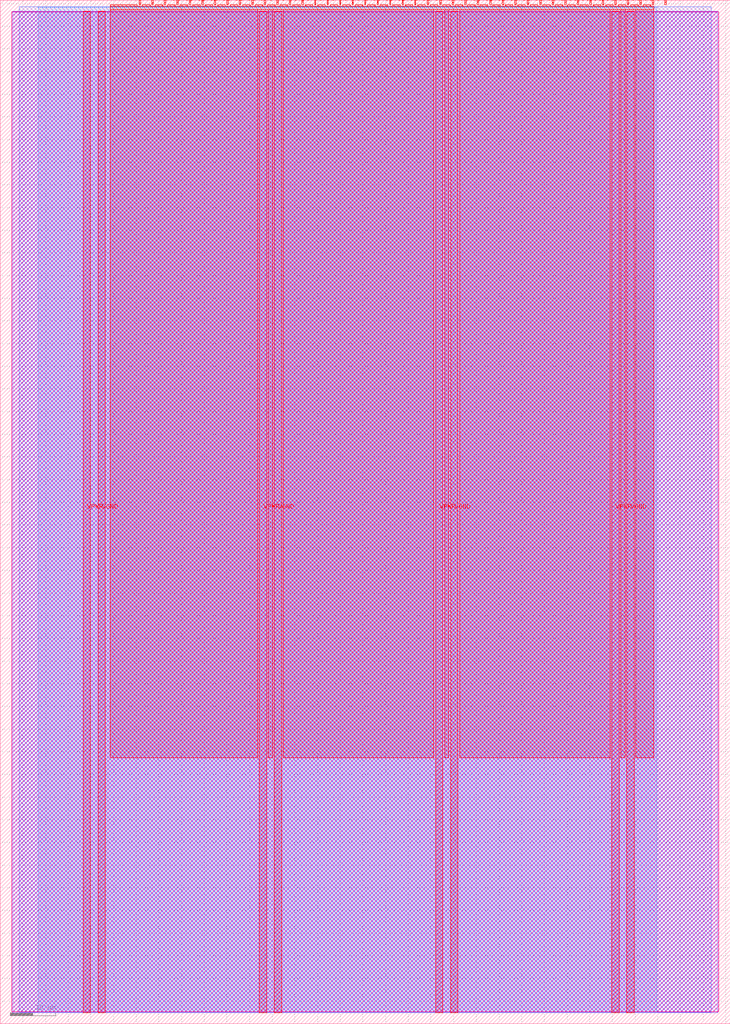
<source format=lef>
VERSION 5.7 ;
  NOWIREEXTENSIONATPIN ON ;
  DIVIDERCHAR "/" ;
  BUSBITCHARS "[]" ;
MACRO tt_um_algofoogle_vga
  CLASS BLOCK ;
  FOREIGN tt_um_algofoogle_vga ;
  ORIGIN 0.000 0.000 ;
  SIZE 161.000 BY 225.760 ;
  PIN VGND
    DIRECTION INOUT ;
    USE GROUND ;
    PORT
      LAYER met4 ;
        RECT 21.580 2.480 23.180 223.280 ;
    END
    PORT
      LAYER met4 ;
        RECT 60.450 2.480 62.050 223.280 ;
    END
    PORT
      LAYER met4 ;
        RECT 99.320 2.480 100.920 223.280 ;
    END
    PORT
      LAYER met4 ;
        RECT 138.190 2.480 139.790 223.280 ;
    END
  END VGND
  PIN VPWR
    DIRECTION INOUT ;
    USE POWER ;
    PORT
      LAYER met4 ;
        RECT 18.280 2.480 19.880 223.280 ;
    END
    PORT
      LAYER met4 ;
        RECT 57.150 2.480 58.750 223.280 ;
    END
    PORT
      LAYER met4 ;
        RECT 96.020 2.480 97.620 223.280 ;
    END
    PORT
      LAYER met4 ;
        RECT 134.890 2.480 136.490 223.280 ;
    END
  END VPWR
  PIN clk
    DIRECTION INPUT ;
    USE SIGNAL ;
    ANTENNAGATEAREA 0.852000 ;
    PORT
      LAYER met4 ;
        RECT 143.830 224.760 144.130 225.760 ;
    END
  END clk
  PIN ena
    DIRECTION INPUT ;
    USE SIGNAL ;
    PORT
      LAYER met4 ;
        RECT 146.590 224.760 146.890 225.760 ;
    END
  END ena
  PIN rst_n
    DIRECTION INPUT ;
    USE SIGNAL ;
    ANTENNAGATEAREA 0.213000 ;
    PORT
      LAYER met4 ;
        RECT 141.070 224.760 141.370 225.760 ;
    END
  END rst_n
  PIN ui_in[0]
    DIRECTION INPUT ;
    USE SIGNAL ;
    ANTENNAGATEAREA 0.213000 ;
    PORT
      LAYER met4 ;
        RECT 138.310 224.760 138.610 225.760 ;
    END
  END ui_in[0]
  PIN ui_in[1]
    DIRECTION INPUT ;
    USE SIGNAL ;
    ANTENNAGATEAREA 0.159000 ;
    PORT
      LAYER met4 ;
        RECT 135.550 224.760 135.850 225.760 ;
    END
  END ui_in[1]
  PIN ui_in[2]
    DIRECTION INPUT ;
    USE SIGNAL ;
    ANTENNAGATEAREA 0.126000 ;
    PORT
      LAYER met4 ;
        RECT 132.790 224.760 133.090 225.760 ;
    END
  END ui_in[2]
  PIN ui_in[3]
    DIRECTION INPUT ;
    USE SIGNAL ;
    ANTENNAGATEAREA 0.213000 ;
    PORT
      LAYER met4 ;
        RECT 130.030 224.760 130.330 225.760 ;
    END
  END ui_in[3]
  PIN ui_in[4]
    DIRECTION INPUT ;
    USE SIGNAL ;
    ANTENNAGATEAREA 0.196500 ;
    PORT
      LAYER met4 ;
        RECT 127.270 224.760 127.570 225.760 ;
    END
  END ui_in[4]
  PIN ui_in[5]
    DIRECTION INPUT ;
    USE SIGNAL ;
    PORT
      LAYER met4 ;
        RECT 124.510 224.760 124.810 225.760 ;
    END
  END ui_in[5]
  PIN ui_in[6]
    DIRECTION INPUT ;
    USE SIGNAL ;
    PORT
      LAYER met4 ;
        RECT 121.750 224.760 122.050 225.760 ;
    END
  END ui_in[6]
  PIN ui_in[7]
    DIRECTION INPUT ;
    USE SIGNAL ;
    ANTENNAGATEAREA 0.213000 ;
    PORT
      LAYER met4 ;
        RECT 118.990 224.760 119.290 225.760 ;
    END
  END ui_in[7]
  PIN uio_in[0]
    DIRECTION INPUT ;
    USE SIGNAL ;
    PORT
      LAYER met4 ;
        RECT 116.230 224.760 116.530 225.760 ;
    END
  END uio_in[0]
  PIN uio_in[1]
    DIRECTION INPUT ;
    USE SIGNAL ;
    PORT
      LAYER met4 ;
        RECT 113.470 224.760 113.770 225.760 ;
    END
  END uio_in[1]
  PIN uio_in[2]
    DIRECTION INPUT ;
    USE SIGNAL ;
    PORT
      LAYER met4 ;
        RECT 110.710 224.760 111.010 225.760 ;
    END
  END uio_in[2]
  PIN uio_in[3]
    DIRECTION INPUT ;
    USE SIGNAL ;
    PORT
      LAYER met4 ;
        RECT 107.950 224.760 108.250 225.760 ;
    END
  END uio_in[3]
  PIN uio_in[4]
    DIRECTION INPUT ;
    USE SIGNAL ;
    PORT
      LAYER met4 ;
        RECT 105.190 224.760 105.490 225.760 ;
    END
  END uio_in[4]
  PIN uio_in[5]
    DIRECTION INPUT ;
    USE SIGNAL ;
    PORT
      LAYER met4 ;
        RECT 102.430 224.760 102.730 225.760 ;
    END
  END uio_in[5]
  PIN uio_in[6]
    DIRECTION INPUT ;
    USE SIGNAL ;
    PORT
      LAYER met4 ;
        RECT 99.670 224.760 99.970 225.760 ;
    END
  END uio_in[6]
  PIN uio_in[7]
    DIRECTION INPUT ;
    USE SIGNAL ;
    PORT
      LAYER met4 ;
        RECT 96.910 224.760 97.210 225.760 ;
    END
  END uio_in[7]
  PIN uio_oe[0]
    DIRECTION OUTPUT ;
    USE SIGNAL ;
    PORT
      LAYER met4 ;
        RECT 49.990 224.760 50.290 225.760 ;
    END
  END uio_oe[0]
  PIN uio_oe[1]
    DIRECTION OUTPUT ;
    USE SIGNAL ;
    PORT
      LAYER met4 ;
        RECT 47.230 224.760 47.530 225.760 ;
    END
  END uio_oe[1]
  PIN uio_oe[2]
    DIRECTION OUTPUT ;
    USE SIGNAL ;
    PORT
      LAYER met4 ;
        RECT 44.470 224.760 44.770 225.760 ;
    END
  END uio_oe[2]
  PIN uio_oe[3]
    DIRECTION OUTPUT ;
    USE SIGNAL ;
    PORT
      LAYER met4 ;
        RECT 41.710 224.760 42.010 225.760 ;
    END
  END uio_oe[3]
  PIN uio_oe[4]
    DIRECTION OUTPUT ;
    USE SIGNAL ;
    PORT
      LAYER met4 ;
        RECT 38.950 224.760 39.250 225.760 ;
    END
  END uio_oe[4]
  PIN uio_oe[5]
    DIRECTION OUTPUT ;
    USE SIGNAL ;
    PORT
      LAYER met4 ;
        RECT 36.190 224.760 36.490 225.760 ;
    END
  END uio_oe[5]
  PIN uio_oe[6]
    DIRECTION OUTPUT ;
    USE SIGNAL ;
    PORT
      LAYER met4 ;
        RECT 33.430 224.760 33.730 225.760 ;
    END
  END uio_oe[6]
  PIN uio_oe[7]
    DIRECTION OUTPUT ;
    USE SIGNAL ;
    PORT
      LAYER met4 ;
        RECT 30.670 224.760 30.970 225.760 ;
    END
  END uio_oe[7]
  PIN uio_out[0]
    DIRECTION OUTPUT ;
    USE SIGNAL ;
    ANTENNADIFFAREA 0.795200 ;
    PORT
      LAYER met4 ;
        RECT 72.070 224.760 72.370 225.760 ;
    END
  END uio_out[0]
  PIN uio_out[1]
    DIRECTION OUTPUT ;
    USE SIGNAL ;
    ANTENNADIFFAREA 0.445500 ;
    PORT
      LAYER met4 ;
        RECT 69.310 224.760 69.610 225.760 ;
    END
  END uio_out[1]
  PIN uio_out[2]
    DIRECTION OUTPUT ;
    USE SIGNAL ;
    ANTENNADIFFAREA 0.445500 ;
    PORT
      LAYER met4 ;
        RECT 66.550 224.760 66.850 225.760 ;
    END
  END uio_out[2]
  PIN uio_out[3]
    DIRECTION OUTPUT ;
    USE SIGNAL ;
    ANTENNADIFFAREA 0.445500 ;
    PORT
      LAYER met4 ;
        RECT 63.790 224.760 64.090 225.760 ;
    END
  END uio_out[3]
  PIN uio_out[4]
    DIRECTION OUTPUT ;
    USE SIGNAL ;
    ANTENNADIFFAREA 0.445500 ;
    PORT
      LAYER met4 ;
        RECT 61.030 224.760 61.330 225.760 ;
    END
  END uio_out[4]
  PIN uio_out[5]
    DIRECTION OUTPUT ;
    USE SIGNAL ;
    PORT
      LAYER met4 ;
        RECT 58.270 224.760 58.570 225.760 ;
    END
  END uio_out[5]
  PIN uio_out[6]
    DIRECTION OUTPUT ;
    USE SIGNAL ;
    PORT
      LAYER met4 ;
        RECT 55.510 224.760 55.810 225.760 ;
    END
  END uio_out[6]
  PIN uio_out[7]
    DIRECTION OUTPUT ;
    USE SIGNAL ;
    PORT
      LAYER met4 ;
        RECT 52.750 224.760 53.050 225.760 ;
    END
  END uio_out[7]
  PIN uo_out[0]
    DIRECTION OUTPUT ;
    USE SIGNAL ;
    ANTENNADIFFAREA 0.445500 ;
    PORT
      LAYER met4 ;
        RECT 94.150 224.760 94.450 225.760 ;
    END
  END uo_out[0]
  PIN uo_out[1]
    DIRECTION OUTPUT ;
    USE SIGNAL ;
    ANTENNADIFFAREA 0.891000 ;
    PORT
      LAYER met4 ;
        RECT 91.390 224.760 91.690 225.760 ;
    END
  END uo_out[1]
  PIN uo_out[2]
    DIRECTION OUTPUT ;
    USE SIGNAL ;
    ANTENNADIFFAREA 1.431000 ;
    PORT
      LAYER met4 ;
        RECT 88.630 224.760 88.930 225.760 ;
    END
  END uo_out[2]
  PIN uo_out[3]
    DIRECTION OUTPUT ;
    USE SIGNAL ;
    ANTENNADIFFAREA 0.891000 ;
    PORT
      LAYER met4 ;
        RECT 85.870 224.760 86.170 225.760 ;
    END
  END uo_out[3]
  PIN uo_out[4]
    DIRECTION OUTPUT ;
    USE SIGNAL ;
    ANTENNADIFFAREA 0.445500 ;
    PORT
      LAYER met4 ;
        RECT 83.110 224.760 83.410 225.760 ;
    END
  END uo_out[4]
  PIN uo_out[5]
    DIRECTION OUTPUT ;
    USE SIGNAL ;
    ANTENNADIFFAREA 0.891000 ;
    PORT
      LAYER met4 ;
        RECT 80.350 224.760 80.650 225.760 ;
    END
  END uo_out[5]
  PIN uo_out[6]
    DIRECTION OUTPUT ;
    USE SIGNAL ;
    ANTENNADIFFAREA 0.445500 ;
    PORT
      LAYER met4 ;
        RECT 77.590 224.760 77.890 225.760 ;
    END
  END uo_out[6]
  PIN uo_out[7]
    DIRECTION OUTPUT ;
    USE SIGNAL ;
    ANTENNADIFFAREA 0.891000 ;
    PORT
      LAYER met4 ;
        RECT 74.830 224.760 75.130 225.760 ;
    END
  END uo_out[7]
  OBS
      LAYER nwell ;
        RECT 2.570 2.635 158.430 223.230 ;
      LAYER li1 ;
        RECT 2.760 2.635 158.240 223.125 ;
      LAYER met1 ;
        RECT 2.760 2.480 158.240 223.280 ;
      LAYER met2 ;
        RECT 4.240 2.535 156.760 224.245 ;
      LAYER met3 ;
        RECT 8.345 2.555 144.835 224.225 ;
      LAYER met4 ;
        RECT 24.215 224.360 30.270 224.760 ;
        RECT 31.370 224.360 33.030 224.760 ;
        RECT 34.130 224.360 35.790 224.760 ;
        RECT 36.890 224.360 38.550 224.760 ;
        RECT 39.650 224.360 41.310 224.760 ;
        RECT 42.410 224.360 44.070 224.760 ;
        RECT 45.170 224.360 46.830 224.760 ;
        RECT 47.930 224.360 49.590 224.760 ;
        RECT 50.690 224.360 52.350 224.760 ;
        RECT 53.450 224.360 55.110 224.760 ;
        RECT 56.210 224.360 57.870 224.760 ;
        RECT 58.970 224.360 60.630 224.760 ;
        RECT 61.730 224.360 63.390 224.760 ;
        RECT 64.490 224.360 66.150 224.760 ;
        RECT 67.250 224.360 68.910 224.760 ;
        RECT 70.010 224.360 71.670 224.760 ;
        RECT 72.770 224.360 74.430 224.760 ;
        RECT 75.530 224.360 77.190 224.760 ;
        RECT 78.290 224.360 79.950 224.760 ;
        RECT 81.050 224.360 82.710 224.760 ;
        RECT 83.810 224.360 85.470 224.760 ;
        RECT 86.570 224.360 88.230 224.760 ;
        RECT 89.330 224.360 90.990 224.760 ;
        RECT 92.090 224.360 93.750 224.760 ;
        RECT 94.850 224.360 96.510 224.760 ;
        RECT 97.610 224.360 99.270 224.760 ;
        RECT 100.370 224.360 102.030 224.760 ;
        RECT 103.130 224.360 104.790 224.760 ;
        RECT 105.890 224.360 107.550 224.760 ;
        RECT 108.650 224.360 110.310 224.760 ;
        RECT 111.410 224.360 113.070 224.760 ;
        RECT 114.170 224.360 115.830 224.760 ;
        RECT 116.930 224.360 118.590 224.760 ;
        RECT 119.690 224.360 121.350 224.760 ;
        RECT 122.450 224.360 124.110 224.760 ;
        RECT 125.210 224.360 126.870 224.760 ;
        RECT 127.970 224.360 129.630 224.760 ;
        RECT 130.730 224.360 132.390 224.760 ;
        RECT 133.490 224.360 135.150 224.760 ;
        RECT 136.250 224.360 137.910 224.760 ;
        RECT 139.010 224.360 140.670 224.760 ;
        RECT 141.770 224.360 143.430 224.760 ;
        RECT 24.215 223.680 144.145 224.360 ;
        RECT 24.215 58.655 56.750 223.680 ;
        RECT 59.150 58.655 60.050 223.680 ;
        RECT 62.450 58.655 95.620 223.680 ;
        RECT 98.020 58.655 98.920 223.680 ;
        RECT 101.320 58.655 134.490 223.680 ;
        RECT 136.890 58.655 137.790 223.680 ;
        RECT 140.190 58.655 144.145 223.680 ;
  END
END tt_um_algofoogle_vga
END LIBRARY


</source>
